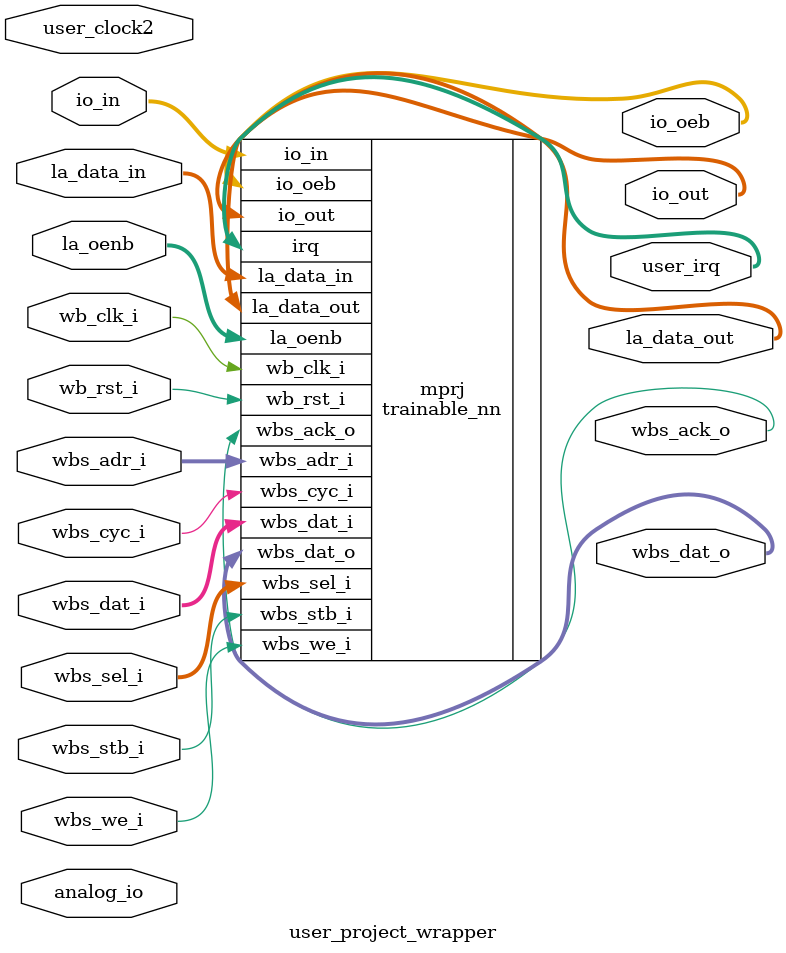
<source format=v>
module user_project_wrapper (user_clock2,
    wb_clk_i,
    wb_rst_i,
    wbs_ack_o,
    wbs_cyc_i,
    wbs_stb_i,
    wbs_we_i,
    analog_io,
    io_in,
    io_oeb,
    io_out,
    la_data_in,
    la_data_out,
    la_oenb,
    user_irq,
    wbs_adr_i,
    wbs_dat_i,
    wbs_dat_o,
    wbs_sel_i);
 input user_clock2;
 input wb_clk_i;
 input wb_rst_i;
 output wbs_ack_o;
 input wbs_cyc_i;
 input wbs_stb_i;
 input wbs_we_i;
 inout [28:0] analog_io;
 input [37:0] io_in;
 output [37:0] io_oeb;
 output [37:0] io_out;
 input [127:0] la_data_in;
 output [127:0] la_data_out;
 input [127:0] la_oenb;
 output [2:0] user_irq;
 input [31:0] wbs_adr_i;
 input [31:0] wbs_dat_i;
 output [31:0] wbs_dat_o;
 input [3:0] wbs_sel_i;


 trainable_nn mprj (.wb_clk_i(wb_clk_i),
    .wb_rst_i(wb_rst_i),
    .wbs_ack_o(wbs_ack_o),
    .wbs_cyc_i(wbs_cyc_i),
    .wbs_stb_i(wbs_stb_i),
    .wbs_we_i(wbs_we_i),
    .io_in({io_in[37],
    io_in[36],
    io_in[35],
    io_in[34],
    io_in[33],
    io_in[32],
    io_in[31],
    io_in[30],
    io_in[29],
    io_in[28],
    io_in[27],
    io_in[26],
    io_in[25],
    io_in[24],
    io_in[23],
    io_in[22],
    io_in[21],
    io_in[20],
    io_in[19],
    io_in[18],
    io_in[17],
    io_in[16],
    io_in[15],
    io_in[14],
    io_in[13],
    io_in[12],
    io_in[11],
    io_in[10],
    io_in[9],
    io_in[8],
    io_in[7],
    io_in[6],
    io_in[5],
    io_in[4],
    io_in[3],
    io_in[2],
    io_in[1],
    io_in[0]}),
    .io_oeb({io_oeb[37],
    io_oeb[36],
    io_oeb[35],
    io_oeb[34],
    io_oeb[33],
    io_oeb[32],
    io_oeb[31],
    io_oeb[30],
    io_oeb[29],
    io_oeb[28],
    io_oeb[27],
    io_oeb[26],
    io_oeb[25],
    io_oeb[24],
    io_oeb[23],
    io_oeb[22],
    io_oeb[21],
    io_oeb[20],
    io_oeb[19],
    io_oeb[18],
    io_oeb[17],
    io_oeb[16],
    io_oeb[15],
    io_oeb[14],
    io_oeb[13],
    io_oeb[12],
    io_oeb[11],
    io_oeb[10],
    io_oeb[9],
    io_oeb[8],
    io_oeb[7],
    io_oeb[6],
    io_oeb[5],
    io_oeb[4],
    io_oeb[3],
    io_oeb[2],
    io_oeb[1],
    io_oeb[0]}),
    .io_out({io_out[37],
    io_out[36],
    io_out[35],
    io_out[34],
    io_out[33],
    io_out[32],
    io_out[31],
    io_out[30],
    io_out[29],
    io_out[28],
    io_out[27],
    io_out[26],
    io_out[25],
    io_out[24],
    io_out[23],
    io_out[22],
    io_out[21],
    io_out[20],
    io_out[19],
    io_out[18],
    io_out[17],
    io_out[16],
    io_out[15],
    io_out[14],
    io_out[13],
    io_out[12],
    io_out[11],
    io_out[10],
    io_out[9],
    io_out[8],
    io_out[7],
    io_out[6],
    io_out[5],
    io_out[4],
    io_out[3],
    io_out[2],
    io_out[1],
    io_out[0]}),
    .irq({user_irq[2],
    user_irq[1],
    user_irq[0]}),
    .la_data_in({la_data_in[127],
    la_data_in[126],
    la_data_in[125],
    la_data_in[124],
    la_data_in[123],
    la_data_in[122],
    la_data_in[121],
    la_data_in[120],
    la_data_in[119],
    la_data_in[118],
    la_data_in[117],
    la_data_in[116],
    la_data_in[115],
    la_data_in[114],
    la_data_in[113],
    la_data_in[112],
    la_data_in[111],
    la_data_in[110],
    la_data_in[109],
    la_data_in[108],
    la_data_in[107],
    la_data_in[106],
    la_data_in[105],
    la_data_in[104],
    la_data_in[103],
    la_data_in[102],
    la_data_in[101],
    la_data_in[100],
    la_data_in[99],
    la_data_in[98],
    la_data_in[97],
    la_data_in[96],
    la_data_in[95],
    la_data_in[94],
    la_data_in[93],
    la_data_in[92],
    la_data_in[91],
    la_data_in[90],
    la_data_in[89],
    la_data_in[88],
    la_data_in[87],
    la_data_in[86],
    la_data_in[85],
    la_data_in[84],
    la_data_in[83],
    la_data_in[82],
    la_data_in[81],
    la_data_in[80],
    la_data_in[79],
    la_data_in[78],
    la_data_in[77],
    la_data_in[76],
    la_data_in[75],
    la_data_in[74],
    la_data_in[73],
    la_data_in[72],
    la_data_in[71],
    la_data_in[70],
    la_data_in[69],
    la_data_in[68],
    la_data_in[67],
    la_data_in[66],
    la_data_in[65],
    la_data_in[64],
    la_data_in[63],
    la_data_in[62],
    la_data_in[61],
    la_data_in[60],
    la_data_in[59],
    la_data_in[58],
    la_data_in[57],
    la_data_in[56],
    la_data_in[55],
    la_data_in[54],
    la_data_in[53],
    la_data_in[52],
    la_data_in[51],
    la_data_in[50],
    la_data_in[49],
    la_data_in[48],
    la_data_in[47],
    la_data_in[46],
    la_data_in[45],
    la_data_in[44],
    la_data_in[43],
    la_data_in[42],
    la_data_in[41],
    la_data_in[40],
    la_data_in[39],
    la_data_in[38],
    la_data_in[37],
    la_data_in[36],
    la_data_in[35],
    la_data_in[34],
    la_data_in[33],
    la_data_in[32],
    la_data_in[31],
    la_data_in[30],
    la_data_in[29],
    la_data_in[28],
    la_data_in[27],
    la_data_in[26],
    la_data_in[25],
    la_data_in[24],
    la_data_in[23],
    la_data_in[22],
    la_data_in[21],
    la_data_in[20],
    la_data_in[19],
    la_data_in[18],
    la_data_in[17],
    la_data_in[16],
    la_data_in[15],
    la_data_in[14],
    la_data_in[13],
    la_data_in[12],
    la_data_in[11],
    la_data_in[10],
    la_data_in[9],
    la_data_in[8],
    la_data_in[7],
    la_data_in[6],
    la_data_in[5],
    la_data_in[4],
    la_data_in[3],
    la_data_in[2],
    la_data_in[1],
    la_data_in[0]}),
    .la_data_out({la_data_out[127],
    la_data_out[126],
    la_data_out[125],
    la_data_out[124],
    la_data_out[123],
    la_data_out[122],
    la_data_out[121],
    la_data_out[120],
    la_data_out[119],
    la_data_out[118],
    la_data_out[117],
    la_data_out[116],
    la_data_out[115],
    la_data_out[114],
    la_data_out[113],
    la_data_out[112],
    la_data_out[111],
    la_data_out[110],
    la_data_out[109],
    la_data_out[108],
    la_data_out[107],
    la_data_out[106],
    la_data_out[105],
    la_data_out[104],
    la_data_out[103],
    la_data_out[102],
    la_data_out[101],
    la_data_out[100],
    la_data_out[99],
    la_data_out[98],
    la_data_out[97],
    la_data_out[96],
    la_data_out[95],
    la_data_out[94],
    la_data_out[93],
    la_data_out[92],
    la_data_out[91],
    la_data_out[90],
    la_data_out[89],
    la_data_out[88],
    la_data_out[87],
    la_data_out[86],
    la_data_out[85],
    la_data_out[84],
    la_data_out[83],
    la_data_out[82],
    la_data_out[81],
    la_data_out[80],
    la_data_out[79],
    la_data_out[78],
    la_data_out[77],
    la_data_out[76],
    la_data_out[75],
    la_data_out[74],
    la_data_out[73],
    la_data_out[72],
    la_data_out[71],
    la_data_out[70],
    la_data_out[69],
    la_data_out[68],
    la_data_out[67],
    la_data_out[66],
    la_data_out[65],
    la_data_out[64],
    la_data_out[63],
    la_data_out[62],
    la_data_out[61],
    la_data_out[60],
    la_data_out[59],
    la_data_out[58],
    la_data_out[57],
    la_data_out[56],
    la_data_out[55],
    la_data_out[54],
    la_data_out[53],
    la_data_out[52],
    la_data_out[51],
    la_data_out[50],
    la_data_out[49],
    la_data_out[48],
    la_data_out[47],
    la_data_out[46],
    la_data_out[45],
    la_data_out[44],
    la_data_out[43],
    la_data_out[42],
    la_data_out[41],
    la_data_out[40],
    la_data_out[39],
    la_data_out[38],
    la_data_out[37],
    la_data_out[36],
    la_data_out[35],
    la_data_out[34],
    la_data_out[33],
    la_data_out[32],
    la_data_out[31],
    la_data_out[30],
    la_data_out[29],
    la_data_out[28],
    la_data_out[27],
    la_data_out[26],
    la_data_out[25],
    la_data_out[24],
    la_data_out[23],
    la_data_out[22],
    la_data_out[21],
    la_data_out[20],
    la_data_out[19],
    la_data_out[18],
    la_data_out[17],
    la_data_out[16],
    la_data_out[15],
    la_data_out[14],
    la_data_out[13],
    la_data_out[12],
    la_data_out[11],
    la_data_out[10],
    la_data_out[9],
    la_data_out[8],
    la_data_out[7],
    la_data_out[6],
    la_data_out[5],
    la_data_out[4],
    la_data_out[3],
    la_data_out[2],
    la_data_out[1],
    la_data_out[0]}),
    .la_oenb({la_oenb[127],
    la_oenb[126],
    la_oenb[125],
    la_oenb[124],
    la_oenb[123],
    la_oenb[122],
    la_oenb[121],
    la_oenb[120],
    la_oenb[119],
    la_oenb[118],
    la_oenb[117],
    la_oenb[116],
    la_oenb[115],
    la_oenb[114],
    la_oenb[113],
    la_oenb[112],
    la_oenb[111],
    la_oenb[110],
    la_oenb[109],
    la_oenb[108],
    la_oenb[107],
    la_oenb[106],
    la_oenb[105],
    la_oenb[104],
    la_oenb[103],
    la_oenb[102],
    la_oenb[101],
    la_oenb[100],
    la_oenb[99],
    la_oenb[98],
    la_oenb[97],
    la_oenb[96],
    la_oenb[95],
    la_oenb[94],
    la_oenb[93],
    la_oenb[92],
    la_oenb[91],
    la_oenb[90],
    la_oenb[89],
    la_oenb[88],
    la_oenb[87],
    la_oenb[86],
    la_oenb[85],
    la_oenb[84],
    la_oenb[83],
    la_oenb[82],
    la_oenb[81],
    la_oenb[80],
    la_oenb[79],
    la_oenb[78],
    la_oenb[77],
    la_oenb[76],
    la_oenb[75],
    la_oenb[74],
    la_oenb[73],
    la_oenb[72],
    la_oenb[71],
    la_oenb[70],
    la_oenb[69],
    la_oenb[68],
    la_oenb[67],
    la_oenb[66],
    la_oenb[65],
    la_oenb[64],
    la_oenb[63],
    la_oenb[62],
    la_oenb[61],
    la_oenb[60],
    la_oenb[59],
    la_oenb[58],
    la_oenb[57],
    la_oenb[56],
    la_oenb[55],
    la_oenb[54],
    la_oenb[53],
    la_oenb[52],
    la_oenb[51],
    la_oenb[50],
    la_oenb[49],
    la_oenb[48],
    la_oenb[47],
    la_oenb[46],
    la_oenb[45],
    la_oenb[44],
    la_oenb[43],
    la_oenb[42],
    la_oenb[41],
    la_oenb[40],
    la_oenb[39],
    la_oenb[38],
    la_oenb[37],
    la_oenb[36],
    la_oenb[35],
    la_oenb[34],
    la_oenb[33],
    la_oenb[32],
    la_oenb[31],
    la_oenb[30],
    la_oenb[29],
    la_oenb[28],
    la_oenb[27],
    la_oenb[26],
    la_oenb[25],
    la_oenb[24],
    la_oenb[23],
    la_oenb[22],
    la_oenb[21],
    la_oenb[20],
    la_oenb[19],
    la_oenb[18],
    la_oenb[17],
    la_oenb[16],
    la_oenb[15],
    la_oenb[14],
    la_oenb[13],
    la_oenb[12],
    la_oenb[11],
    la_oenb[10],
    la_oenb[9],
    la_oenb[8],
    la_oenb[7],
    la_oenb[6],
    la_oenb[5],
    la_oenb[4],
    la_oenb[3],
    la_oenb[2],
    la_oenb[1],
    la_oenb[0]}),
    .wbs_adr_i({wbs_adr_i[31],
    wbs_adr_i[30],
    wbs_adr_i[29],
    wbs_adr_i[28],
    wbs_adr_i[27],
    wbs_adr_i[26],
    wbs_adr_i[25],
    wbs_adr_i[24],
    wbs_adr_i[23],
    wbs_adr_i[22],
    wbs_adr_i[21],
    wbs_adr_i[20],
    wbs_adr_i[19],
    wbs_adr_i[18],
    wbs_adr_i[17],
    wbs_adr_i[16],
    wbs_adr_i[15],
    wbs_adr_i[14],
    wbs_adr_i[13],
    wbs_adr_i[12],
    wbs_adr_i[11],
    wbs_adr_i[10],
    wbs_adr_i[9],
    wbs_adr_i[8],
    wbs_adr_i[7],
    wbs_adr_i[6],
    wbs_adr_i[5],
    wbs_adr_i[4],
    wbs_adr_i[3],
    wbs_adr_i[2],
    wbs_adr_i[1],
    wbs_adr_i[0]}),
    .wbs_dat_i({wbs_dat_i[31],
    wbs_dat_i[30],
    wbs_dat_i[29],
    wbs_dat_i[28],
    wbs_dat_i[27],
    wbs_dat_i[26],
    wbs_dat_i[25],
    wbs_dat_i[24],
    wbs_dat_i[23],
    wbs_dat_i[22],
    wbs_dat_i[21],
    wbs_dat_i[20],
    wbs_dat_i[19],
    wbs_dat_i[18],
    wbs_dat_i[17],
    wbs_dat_i[16],
    wbs_dat_i[15],
    wbs_dat_i[14],
    wbs_dat_i[13],
    wbs_dat_i[12],
    wbs_dat_i[11],
    wbs_dat_i[10],
    wbs_dat_i[9],
    wbs_dat_i[8],
    wbs_dat_i[7],
    wbs_dat_i[6],
    wbs_dat_i[5],
    wbs_dat_i[4],
    wbs_dat_i[3],
    wbs_dat_i[2],
    wbs_dat_i[1],
    wbs_dat_i[0]}),
    .wbs_dat_o({wbs_dat_o[31],
    wbs_dat_o[30],
    wbs_dat_o[29],
    wbs_dat_o[28],
    wbs_dat_o[27],
    wbs_dat_o[26],
    wbs_dat_o[25],
    wbs_dat_o[24],
    wbs_dat_o[23],
    wbs_dat_o[22],
    wbs_dat_o[21],
    wbs_dat_o[20],
    wbs_dat_o[19],
    wbs_dat_o[18],
    wbs_dat_o[17],
    wbs_dat_o[16],
    wbs_dat_o[15],
    wbs_dat_o[14],
    wbs_dat_o[13],
    wbs_dat_o[12],
    wbs_dat_o[11],
    wbs_dat_o[10],
    wbs_dat_o[9],
    wbs_dat_o[8],
    wbs_dat_o[7],
    wbs_dat_o[6],
    wbs_dat_o[5],
    wbs_dat_o[4],
    wbs_dat_o[3],
    wbs_dat_o[2],
    wbs_dat_o[1],
    wbs_dat_o[0]}),
    .wbs_sel_i({wbs_sel_i[3],
    wbs_sel_i[2],
    wbs_sel_i[1],
    wbs_sel_i[0]}));
endmodule


</source>
